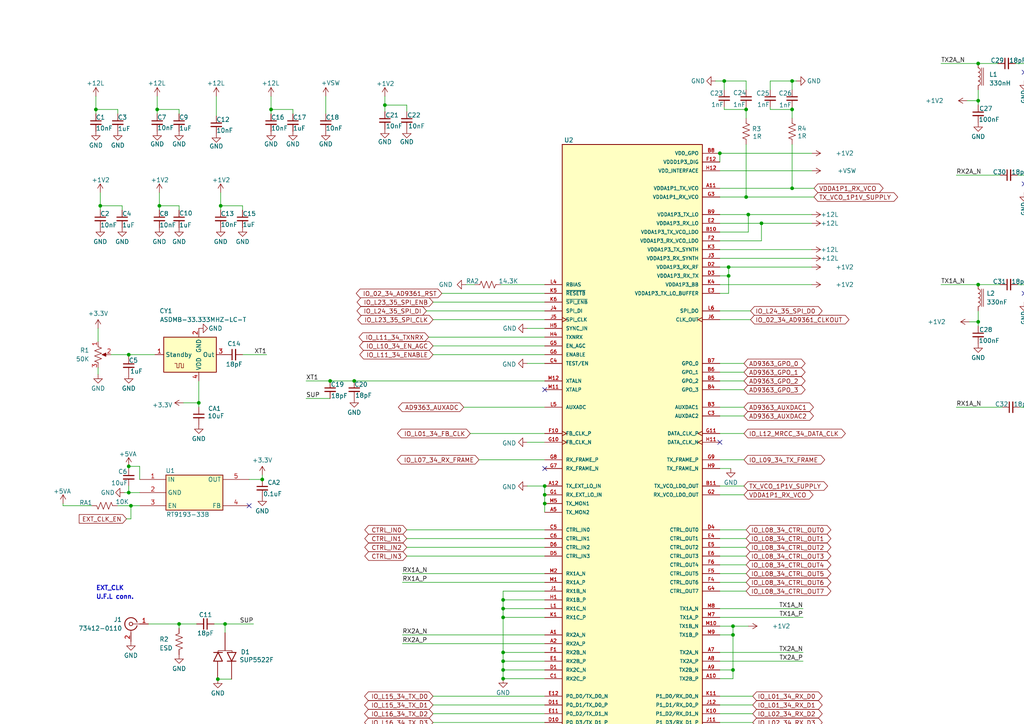
<source format=kicad_sch>
(kicad_sch (version 20231120) (generator "eeschema") (generator_version "8.0")
  (paper "A4")
  (junction (at 212.598 181.61))
  (junction (at 157.988 143.51))
  (junction (at 27.813 31.75))
  (junction (at 37.338 135.255))
  (junction (at 78.613 31.75))
  (junction (at 283.718 29.21))
  (junction (at 64.008 59.69))
  (junction (at 145.923 173.99))
  (junction (at 283.718 93.345))
  (junction (at 37.338 142.875))
  (junction (at 220.853 64.77))
  (junction (at 229.743 23.495))
  (junction (at 229.743 31.75))
  (junction (at 212.598 184.15))
  (junction (at 216.408 31.75))
  (junction (at 63.1822 196.977))
  (junction (at 37.338 102.87))
  (junction (at 145.923 194.31))
  (junction (at 211.328 80.01))
  (junction (at 217.043 62.23))
  (junction (at 211.328 77.47))
  (junction (at 216.408 57.15))
  (junction (at 346.583 18.415))
  (junction (at 212.598 194.31))
  (junction (at 229.743 54.61))
  (junction (at 29.083 59.69))
  (junction (at 210.058 23.495))
  (junction (at 102.743 110.49))
  (junction (at 283.718 82.55))
  (junction (at 145.923 176.53))
  (junction (at 347.218 82.55))
  (junction (at 65.278 180.975))
  (junction (at 95.758 110.49))
  (junction (at 145.923 189.23))
  (junction (at 347.218 92.075))
  (junction (at 45.593 31.75))
  (junction (at 208.788 237.49))
  (junction (at 46.228 59.69))
  (junction (at 157.988 140.97))
  (junction (at 145.923 179.07))
  (junction (at 283.718 18.415))
  (junction (at 346.583 27.305))
  (junction (at 145.923 196.85))
  (junction (at 76.073 139.065))
  (junction (at 157.988 146.05))
  (junction (at 51.943 180.975))
  (junction (at 111.633 30.48))
  (junction (at 37.973 146.685))
  (junction (at 145.923 191.77))
  (junction (at 208.788 44.45))
  (junction (at 57.658 116.84))
  (no_connect (at 208.788 128.27))
  (no_connect (at 157.988 113.03))
  (no_connect (at 297.053 20.955))
  (no_connect (at 297.053 85.09))
  (no_connect (at 72.263 146.685))
  (no_connect (at 298.9072 26.6446))
  (no_connect (at 297.053 53.34))
  (no_connect (at 157.988 135.89))
  (no_connect (at 157.988 232.41))
  (no_connect (at 157.988 234.95))
  (wire (pts (xy 157.988 196.85) (xy 145.923 196.85)))
  (wire (pts (xy 125.603 209.55) (xy 157.988 209.55)))
  (wire (pts (xy 295.783 118.11) (xy 300.228 118.11)))
  (wire (pts (xy 294.513 18.415) (xy 297.053 18.415)))
  (wire (pts (xy 111.633 30.48) (xy 111.633 32.385)))
  (wire (pts (xy 220.853 64.77) (xy 235.458 64.77)))
  (wire (pts (xy 220.853 69.85) (xy 208.788 69.85)))
  (wire (pts (xy 102.743 110.49) (xy 157.988 110.49)))
  (wire (pts (xy 208.788 135.89) (xy 211.963 135.89)))
  (wire (pts (xy 208.788 153.67) (xy 216.408 153.67)))
  (wire (pts (xy 207.518 23.495) (xy 210.058 23.495)))
  (wire (pts (xy 125.603 212.09) (xy 157.988 212.09)))
  (wire (pts (xy 208.788 105.41) (xy 215.773 105.41)))
  (wire (pts (xy 37.338 102.87) (xy 37.338 103.505)))
  (wire (pts (xy 211.328 77.47) (xy 211.328 80.01)))
  (wire (pts (xy 157.988 140.97) (xy 157.988 143.51)))
  (wire (pts (xy 27.813 33.02) (xy 27.813 31.75)))
  (wire (pts (xy 283.718 26.035) (xy 283.718 29.21)))
  (wire (pts (xy 229.743 54.61) (xy 236.093 54.61)))
  (wire (pts (xy 62.103 180.975) (xy 65.278 180.975)))
  (wire (pts (xy 277.368 50.8) (xy 290.068 50.8)))
  (wire (pts (xy 28.448 95.25) (xy 28.448 99.06)))
  (wire (pts (xy 88.773 115.57) (xy 95.758 115.57)))
  (wire (pts (xy 111.633 30.48) (xy 117.983 30.48)))
  (wire (pts (xy 208.788 196.85) (xy 212.598 196.85)))
  (wire (pts (xy 367.538 121.285) (xy 377.063 121.285)))
  (wire (pts (xy 346.583 18.415) (xy 358.648 18.415)))
  (wire (pts (xy 145.923 171.45) (xy 157.988 171.45)))
  (wire (pts (xy 341.503 18.415) (xy 346.583 18.415)))
  (wire (pts (xy 346.583 26.035) (xy 346.583 27.305)))
  (wire (pts (xy 366.903 87.63) (xy 376.428 87.63)))
  (wire (pts (xy 208.788 179.07) (xy 232.918 179.07)))
  (wire (pts (xy 78.613 33.02) (xy 78.613 31.75)))
  (wire (pts (xy 135.128 82.55) (xy 137.668 82.55)))
  (wire (pts (xy 37.973 150.495) (xy 36.703 150.495)))
  (wire (pts (xy 65.278 180.975) (xy 73.533 180.975)))
  (wire (pts (xy 51.943 31.75) (xy 51.943 33.02)))
  (wire (pts (xy 208.788 212.09) (xy 218.313 212.09)))
  (wire (pts (xy 347.218 82.55) (xy 357.378 82.55)))
  (wire (pts (xy 208.788 209.55) (xy 218.313 209.55)))
  (wire (pts (xy 95.758 110.49) (xy 102.743 110.49)))
  (wire (pts (xy 212.598 181.61) (xy 212.598 184.15)))
  (wire (pts (xy 37.973 146.685) (xy 40.513 146.685)))
  (wire (pts (xy 211.328 85.09) (xy 208.788 85.09)))
  (wire (pts (xy 125.603 222.25) (xy 157.988 222.25)))
  (wire (pts (xy 64.008 60.96) (xy 64.008 59.69)))
  (wire (pts (xy 134.493 118.11) (xy 157.988 118.11)))
  (wire (pts (xy 125.603 92.71) (xy 157.988 92.71)))
  (wire (pts (xy 283.718 82.55) (xy 290.068 82.55)))
  (wire (pts (xy 208.788 90.17) (xy 217.678 90.17)))
  (wire (pts (xy 212.598 196.85) (xy 212.598 194.31)))
  (wire (pts (xy 208.788 224.79) (xy 218.313 224.79)))
  (wire (pts (xy 18.288 146.685) (xy 26.543 146.685)))
  (wire (pts (xy 64.008 59.69) (xy 70.358 59.69)))
  (wire (pts (xy 29.083 59.69) (xy 35.433 59.69)))
  (wire (pts (xy 208.788 156.21) (xy 216.408 156.21)))
  (wire (pts (xy 212.598 181.61) (xy 217.043 181.61)))
  (wire (pts (xy 208.788 74.93) (xy 235.458 74.93)))
  (wire (pts (xy 371.983 90.17) (xy 376.428 90.17)))
  (wire (pts (xy 46.228 59.69) (xy 51.943 59.69)))
  (wire (pts (xy 51.943 59.69) (xy 51.943 60.96)))
  (wire (pts (xy 32.258 102.87) (xy 37.338 102.87)))
  (wire (pts (xy 40.513 135.255) (xy 40.513 139.065)))
  (wire (pts (xy 283.718 93.345) (xy 283.718 94.615)))
  (wire (pts (xy 372.618 123.825) (xy 377.063 123.825)))
  (wire (pts (xy 272.923 82.55) (xy 283.718 82.55)))
  (wire (pts (xy 211.328 77.47) (xy 235.458 77.47)))
  (wire (pts (xy 346.583 27.305) (xy 346.583 29.21)))
  (wire (pts (xy 210.058 31.115) (xy 210.058 31.75)))
  (wire (pts (xy 145.923 191.77) (xy 145.923 194.31)))
  (wire (pts (xy 216.408 41.91) (xy 216.408 57.15)))
  (wire (pts (xy 29.083 55.88) (xy 29.083 59.69)))
  (wire (pts (xy 72.263 139.065) (xy 76.073 139.065)))
  (wire (pts (xy 208.788 181.61) (xy 212.598 181.61)))
  (wire (pts (xy 208.788 158.75) (xy 216.408 158.75)))
  (wire (pts (xy 125.603 217.17) (xy 157.988 217.17)))
  (wire (pts (xy 372.618 57.785) (xy 376.428 57.785)))
  (wire (pts (xy 111.633 27.94) (xy 111.633 30.48)))
  (wire (pts (xy 208.788 214.63) (xy 218.313 214.63)))
  (wire (pts (xy 229.743 54.61) (xy 208.788 54.61)))
  (wire (pts (xy 208.788 219.71) (xy 218.313 219.71)))
  (wire (pts (xy 208.788 234.95) (xy 208.788 237.49)))
  (wire (pts (xy 125.603 87.63) (xy 157.988 87.63)))
  (wire (pts (xy 372.618 25.4) (xy 377.063 25.4)))
  (wire (pts (xy 208.788 217.17) (xy 218.313 217.17)))
  (wire (pts (xy 117.983 161.29) (xy 157.988 161.29)))
  (wire (pts (xy 152.908 95.25) (xy 157.988 95.25)))
  (wire (pts (xy 126.873 229.87) (xy 157.988 229.87)))
  (wire (pts (xy 125.603 100.33) (xy 157.988 100.33)))
  (wire (pts (xy 145.923 189.23) (xy 145.923 191.77)))
  (wire (pts (xy 216.408 57.15) (xy 208.788 57.15)))
  (wire (pts (xy 117.983 156.21) (xy 157.988 156.21)))
  (wire (pts (xy 223.393 23.495) (xy 223.393 26.035)))
  (wire (pts (xy 208.788 82.55) (xy 235.458 82.55)))
  (wire (pts (xy 232.918 191.77) (xy 208.788 191.77)))
  (wire (pts (xy 125.603 207.01) (xy 157.988 207.01)))
  (wire (pts (xy 43.053 180.975) (xy 51.943 180.975)))
  (wire (pts (xy 342.773 118.11) (xy 357.378 118.11)))
  (wire (pts (xy 211.328 80.01) (xy 211.328 85.09)))
  (wire (pts (xy 51.943 180.975) (xy 57.023 180.975)))
  (wire (pts (xy 208.788 44.45) (xy 235.458 44.45)))
  (wire (pts (xy 295.148 50.8) (xy 297.053 50.8)))
  (wire (pts (xy 45.593 31.75) (xy 51.943 31.75)))
  (wire (pts (xy 229.743 23.495) (xy 231.013 23.495)))
  (wire (pts (xy 217.043 62.23) (xy 217.043 67.31)))
  (wire (pts (xy 223.393 23.495) (xy 229.743 23.495)))
  (wire (pts (xy 208.788 107.95) (xy 215.773 107.95)))
  (wire (pts (xy 208.788 49.53) (xy 235.458 49.53)))
  (wire (pts (xy 37.338 142.875) (xy 40.513 142.875)))
  (wire (pts (xy 272.923 18.415) (xy 283.718 18.415)))
  (wire (pts (xy 208.788 44.45) (xy 208.788 46.99)))
  (wire (pts (xy 45.593 33.02) (xy 45.593 31.75)))
  (wire (pts (xy 333.248 123.19) (xy 346.583 123.19)))
  (wire (pts (xy 347.218 90.17) (xy 347.218 92.075)))
  (wire (pts (xy 367.538 22.86) (xy 377.063 22.86)))
  (wire (pts (xy 208.788 72.39) (xy 235.458 72.39)))
  (wire (pts (xy 210.058 31.75) (xy 216.408 31.75)))
  (wire (pts (xy 145.923 189.23) (xy 157.988 189.23)))
  (wire (pts (xy 37.338 102.87) (xy 44.958 102.87)))
  (wire (pts (xy 37.338 135.255) (xy 37.338 135.89)))
  (wire (pts (xy 342.138 50.8) (xy 357.378 50.8)))
  (wire (pts (xy 216.408 31.75) (xy 216.408 34.29)))
  (wire (pts (xy 46.228 60.96) (xy 46.228 59.69)))
  (wire (pts (xy 229.743 31.115) (xy 229.743 31.75)))
  (wire (pts (xy 208.788 194.31) (xy 212.598 194.31)))
  (wire (pts (xy 125.603 219.71) (xy 157.988 219.71)))
  (wire (pts (xy 330.073 87.63) (xy 342.138 87.63)))
  (wire (pts (xy 57.658 116.84) (xy 57.658 118.11)))
  (wire (pts (xy 145.923 194.31) (xy 157.988 194.31)))
  (wire (pts (xy 229.743 31.75) (xy 223.393 31.75)))
  (wire (pts (xy 125.603 214.63) (xy 157.988 214.63)))
  (wire (pts (xy 208.788 140.97) (xy 215.773 140.97)))
  (wire (pts (xy 208.788 161.29) (xy 216.408 161.29)))
  (wire (pts (xy 145.923 179.07) (xy 157.988 179.07)))
  (wire (pts (xy 208.788 166.37) (xy 216.408 166.37)))
  (wire (pts (xy 70.358 59.69) (xy 70.358 60.96)))
  (wire (pts (xy 208.788 222.25) (xy 218.313 222.25)))
  (wire (pts (xy 229.743 23.495) (xy 229.743 26.035)))
  (wire (pts (xy 88.773 110.49) (xy 95.758 110.49)))
  (wire (pts (xy 208.788 143.51) (xy 215.773 143.51)))
  (wire (pts (xy 84.963 31.75) (xy 84.963 33.02)))
  (wire (pts (xy 210.058 23.495) (xy 216.408 23.495)))
  (wire (pts (xy 145.923 194.31) (xy 145.923 196.85)))
  (wire (pts (xy 63.1822 196.977) (xy 67.183 196.977)))
  (wire (pts (xy 208.788 120.65) (xy 215.773 120.65)))
  (wire (pts (xy 280.543 29.21) (xy 283.718 29.21)))
  (wire (pts (xy 283.718 29.21) (xy 283.718 30.48)))
  (wire (pts (xy 208.788 163.83) (xy 216.408 163.83)))
  (wire (pts (xy 45.593 27.94) (xy 45.593 31.75)))
  (wire (pts (xy 117.983 30.48) (xy 117.983 32.385)))
  (wire (pts (xy 208.788 110.49) (xy 215.773 110.49)))
  (wire (pts (xy 125.603 201.93) (xy 157.988 201.93)))
  (wire (pts (xy 116.713 168.91) (xy 157.988 168.91)))
  (wire (pts (xy 152.908 140.97) (xy 157.988 140.97)))
  (wire (pts (xy 145.923 173.99) (xy 145.923 176.53)))
  (wire (pts (xy 208.788 64.77) (xy 220.853 64.77)))
  (wire (pts (xy 217.043 62.23) (xy 235.458 62.23)))
  (wire (pts (xy 157.988 146.05) (xy 157.988 148.59)))
  (wire (pts (xy 345.313 92.075) (xy 347.218 92.075)))
  (wire (pts (xy 63.119 196.977) (xy 63.1822 196.977)))
  (wire (pts (xy 138.938 133.35) (xy 157.988 133.35)))
  (wire (pts (xy 277.368 118.11) (xy 290.703 118.11)))
  (wire (pts (xy 330.073 50.8) (xy 337.058 50.8)))
  (wire (pts (xy 78.613 27.94) (xy 78.613 31.75)))
  (wire (pts (xy 117.983 153.67) (xy 157.988 153.67)))
  (wire (pts (xy 37.973 146.685) (xy 37.973 150.495)))
  (wire (pts (xy 366.903 55.245) (xy 376.428 55.245)))
  (wire (pts (xy 210.058 23.495) (xy 210.058 26.035)))
  (wire (pts (xy 51.943 180.975) (xy 51.943 182.245)))
  (wire (pts (xy 223.393 31.75) (xy 223.393 31.115)))
  (wire (pts (xy 145.923 176.53) (xy 145.923 179.07)))
  (wire (pts (xy 342.138 82.55) (xy 347.218 82.55)))
  (wire (pts (xy 94.488 27.94) (xy 94.488 33.02)))
  (wire (pts (xy 46.228 55.88) (xy 46.228 59.69)))
  (wire (pts (xy 208.788 201.93) (xy 218.313 201.93)))
  (wire (pts (xy 62.738 27.94) (xy 62.738 33.655)))
  (wire (pts (xy 217.043 62.23) (xy 208.788 62.23)))
  (wire (pts (xy 64.008 55.88) (xy 64.008 59.69)))
  (wire (pts (xy 145.923 179.07) (xy 145.923 189.23)))
  (wire (pts (xy 281.178 93.345) (xy 283.718 93.345)))
  (wire (pts (xy 330.073 18.415) (xy 336.423 18.415)))
  (wire (pts (xy 65.278 180.975) (xy 65.278 183.515)))
  (wire (pts (xy 208.788 133.35) (xy 215.773 133.35)))
  (wire (pts (xy 157.988 143.51) (xy 157.988 146.05)))
  (wire (pts (xy 208.788 67.31) (xy 217.043 67.31)))
  (wire (pts (xy 216.408 57.15) (xy 236.093 57.15)))
  (wire (pts (xy 116.713 166.37) (xy 157.988 166.37)))
  (wire (pts (xy 208.788 227.33) (xy 217.043 227.33)))
  (wire (pts (xy 208.788 77.47) (xy 211.328 77.47)))
  (wire (pts (xy 125.603 204.47) (xy 157.988 204.47)))
  (wire (pts (xy 126.873 227.33) (xy 157.988 227.33)))
  (wire (pts (xy 34.163 146.685) (xy 37.973 146.685)))
  (wire (pts (xy 216.408 31.115) (xy 216.408 31.75)))
  (wire (pts (xy 283.718 90.17) (xy 283.718 93.345)))
  (wire (pts (xy 220.853 64.77) (xy 220.853 69.85)))
  (wire (pts (xy 208.788 176.53) (xy 232.918 176.53)))
  (wire (pts (xy 124.333 97.79) (xy 157.988 97.79)))
  (wire (pts (xy 53.213 116.84) (xy 57.658 116.84)))
  (wire (pts (xy 208.788 229.87) (xy 217.043 229.87)))
  (wire (pts (xy 35.433 59.69) (xy 35.433 60.96)))
  (wire (pts (xy 76.073 137.795) (xy 76.073 139.065)))
  (wire (pts (xy 208.788 207.01) (xy 218.313 207.01)))
  (wire (pts (xy 18.288 146.685) (xy 18.288 146.05)))
  (wire (pts (xy 232.918 189.23) (xy 208.788 189.23)))
  (wire (pts (xy 229.743 41.91) (xy 229.743 54.61)))
  (wire (pts (xy 27.813 31.75) (xy 34.163 31.75)))
  (wire (pts (xy 136.398 125.73) (xy 157.988 125.73)))
  (wire (pts (xy 344.678 27.305) (xy 346.583 27.305)))
  (wire (pts (xy 70.358 102.87) (xy 77.343 102.87)))
  (wire (pts (xy 145.923 173.99) (xy 157.988 173.99)))
  (wire (pts (xy 295.148 82.55) (xy 297.053 82.55)))
  (wire (pts (xy 34.163 31.75) (xy 34.163 33.02)))
  (wire (pts (xy 27.813 27.94) (xy 27.813 31.75)))
  (wire (pts (xy 117.983 158.75) (xy 157.988 158.75)))
  (wire (pts (xy 208.788 184.15) (xy 212.598 184.15)))
  (wire (pts (xy 208.788 118.11) (xy 215.773 118.11)))
  (wire (pts (xy 330.073 23.495) (xy 339.598 23.495)))
  (wire (pts (xy 78.613 31.75) (xy 84.963 31.75)))
  (wire (pts (xy 123.698 90.17) (xy 157.988 90.17)))
  (wire (pts (xy 337.693 118.11) (xy 333.248 118.11)))
  (wire (pts (xy 208.788 204.47) (xy 218.313 204.47)))
  (wire (pts (xy 337.058 82.55) (xy 330.073 82.55)))
  (wire (pts (xy 28.448 108.585) (xy 28.448 106.68)))
  (wire (pts (xy 347.218 92.075) (xy 347.218 93.345)))
  (wire (pts (xy 208.788 92.71) (xy 217.678 92.71)))
  (wire (pts (xy 157.988 191.77) (xy 145.923 191.77)))
  (wire (pts (xy 212.598 184.15) (xy 212.598 194.31)))
  (wire (pts (xy 208.788 171.45) (xy 216.408 171.45)))
  (wire (pts (xy 208.788 125.73) (xy 215.773 125.73)))
  (wire (pts (xy 125.603 224.79) (xy 157.988 224.79)))
  (wire (pts (xy 152.908 105.41) (xy 157.988 105.41)))
  (wire (pts (xy 208.788 113.03) (xy 215.773 113.03)))
  (wire (pts (xy 145.923 176.53) (xy 157.988 176.53)))
  (wire (pts (xy 211.328 80.01) (xy 208.788 80.01)))
  (wire (pts (xy 208.788 168.91) (xy 216.408 168.91)))
  (wire (pts (xy 229.743 31.75) (xy 229.743 34.29)))
  (wire (pts (xy 36.068 142.875) (xy 37.338 142.875)))
  (wire (pts (xy 152.908 128.27) (xy 157.988 128.27)))
  (wire (pts (xy 57.658 110.49) (xy 57.658 116.84)))
  (wire (pts (xy 37.338 135.255) (xy 40.513 135.255)))
  (wire (pts (xy 116.713 186.69) (xy 157.988 186.69)))
  (wire (pts (xy 29.083 60.96) (xy 29.083 59.69)))
  (wire (pts (xy 37.338 140.97) (xy 37.338 142.875)))
  (wire (pts (xy 283.718 18.415) (xy 289.433 18.415)))
  (wire (pts (xy 125.603 102.87) (xy 157.988 102.87)))
  (wire (pts (xy 128.143 85.09) (xy 157.988 85.09)))
  (wire (pts (xy 145.288 82.55) (xy 157.988 82.55)))
  (wire (pts (xy 145.923 171.45) (xy 145.923 173.99)))
  (wire (pts (xy 116.713 184.15) (xy 157.988 184.15)))
  (wire (pts (xy 330.073 55.88) (xy 346.583 55.88)))
  (wire (pts (xy 216.408 23.495) (xy 216.408 26.035)))
  (text "U.F.L conn.\n" (at 27.813 173.99 0) (effects (font (size 1.27 1.27) (thickness 0.254) (bold yes)) (justify left bottom)))
  (text "EXT_CLK" (at 27.813 171.45 0) (effects (font (size 1.27 1.27) (thickness 0.254) (bold yes)) (justify left bottom)))
  (label "TX1A_P" (at 357.378 82.55 180))
  (label "RX1A_P" (at 116.713 168.91 0))
  (label "TX2A_P" (at 358.648 18.415 180))
  (label "UB3" (at 366.903 87.63 0))
  (label "SUP" (at 73.533 180.975 180))
  (label "UB1" (at 367.538 22.86 0))
  (label "TX1A_N" (at 272.923 82.55 0))
  (label "TX2A_N" (at 272.923 18.415 0))
  (label "TX2A_N" (at 232.918 189.23 180))
  (label "RX2A_N" (at 116.713 184.15 0))
  (label "UB1" (at 339.598 23.495 180))
  (label "TX2A_P" (at 232.918 191.77 180))
  (label "RX2A_P" (at 116.713 186.69 0))
  (label "RX1A_N" (at 116.713 166.37 0))
  (label "UB3" (at 342.138 87.63 180))
  (label "RX2A_N" (at 277.368 50.8 0))
  (label "TX1A_P" (at 232.918 179.07 180))
  (label "XT1" (at 77.343 102.87 180))
  (label "RX1A_N" (at 277.368 118.11 0))
  (label "UB2" (at 366.903 55.245 0))
  (label "SUP" (at 88.773 115.57 0))
  (label "UB4" (at 367.538 121.285 0))
  (label "RX2A_P" (at 357.378 50.8 180))
  (label "TX1A_N" (at 232.918 176.53 180))
  (label "XT1" (at 88.773 110.49 0))
  (label "RX1A_P" (at 357.378 118.11 180))
  (label "UB4" (at 346.583 123.19 180))
  (label "UB2" (at 346.583 55.88 180))
  (global_label "IO_L16_34_TX_D3" (shape bidirectional) (at 125.603 209.55 180) (property "Intersheetrefs" "${INTERSHEET_REFS}" (effects (hide yes))))
  (global_label "IO_L08_34_CTRL_OUT6" (shape bidirectional) (at 216.408 168.91 0) (property "Intersheetrefs" "${INTERSHEET_REFS}" (effects (hide yes))))
  (global_label "IO_L01_34_RX_D0" (shape bidirectional) (at 218.313 201.93 0) (property "Intersheetrefs" "${INTERSHEET_REFS}" (effects (hide yes))))
  (global_label "IO_L19_34_TX_D9" (shape bidirectional) (at 125.603 224.79 180) (property "Intersheetrefs" "${INTERSHEET_REFS}" (effects (hide yes))))
  (global_label "IO_L08_34_CTRL_OUT2" (shape bidirectional) (at 216.408 158.75 0) (property "Intersheetrefs" "${INTERSHEET_REFS}" (effects (hide yes))))
  (global_label "IO_L16_34_TX_D2" (shape bidirectional) (at 125.603 207.01 180) (property "Intersheetrefs" "${INTERSHEET_REFS}" (effects (hide yes))))
  (global_label "CTRL_IN1" (shape bidirectional) (at 117.983 156.21 180) (property "Intersheetrefs" "${INTERSHEET_REFS}" (effects (hide yes))))
  (global_label "IO_L18_34_TX_D7" (shape bidirectional) (at 125.603 219.71 180) (property "Intersheetrefs" "${INTERSHEET_REFS}" (effects (hide yes))))
  (global_label "IO_L06_34_RX_D11" (shape bidirectional) (at 217.043 229.87 0) (property "Intersheetrefs" "${INTERSHEET_REFS}" (effects (hide yes))))
  (global_label "IO_02_34_AD9361_CLKOUT" (shape bidirectional) (at 217.678 92.71 0) (property "Intersheetrefs" "${INTERSHEET_REFS}" (effects (hide yes))))
  (global_label "IO_L07_34_RX_FRAME" (shape bidirectional) (at 138.938 133.35 180) (property "Intersheetrefs" "${INTERSHEET_REFS}" (effects (hide yes))))
  (global_label "IO_L03_34_RX_D4" (shape bidirectional) (at 218.313 212.09 0) (property "Intersheetrefs" "${INTERSHEET_REFS}" (effects (hide yes))))
  (global_label "AD9363_GPO_3" (shape bidirectional) (at 215.773 113.03 0) (property "Intersheetrefs" "${INTERSHEET_REFS}" (effects (hide yes))))
  (global_label "IO_L08_34_CTRL_OUT0" (shape bidirectional) (at 216.408 153.67 0) (property "Intersheetrefs" "${INTERSHEET_REFS}" (effects (hide yes))))
  (global_label "AD9363_GPO_2" (shape bidirectional) (at 215.773 110.49 0) (property "Intersheetrefs" "${INTERSHEET_REFS}" (effects (hide yes))))
  (global_label "IO_L06_34_RX_D10" (shape bidirectional) (at 217.043 227.33 0) (property "Intersheetrefs" "${INTERSHEET_REFS}" (effects (hide yes))))
  (global_label "IO_02_34_AD9361_RST" (shape bidirectional) (at 128.143 85.09 180) (property "Intersheetrefs" "${INTERSHEET_REFS}" (effects (hide yes))))
  (global_label "IO_L08_34_CTRL_OUT7" (shape bidirectional) (at 216.408 171.45 0) (property "Intersheetrefs" "${INTERSHEET_REFS}" (effects (hide yes))))
  (global_label "IO_L15_34_TX_D1" (shape bidirectional) (at 125.603 204.47 180) (property "Intersheetrefs" "${INTERSHEET_REFS}" (effects (hide yes))))
  (global_label "CTRL_IN3" (shape bidirectional) (at 117.983 161.29 180) (property "Intersheetrefs" "${INTERSHEET_REFS}" (effects (hide yes))))
  (global_label "IO_L01_34_FB_CLK" (shape bidirectional) (at 136.398 125.73 180) (property "Intersheetrefs" "${INTERSHEET_REFS}" (effects (hide yes))))
  (global_label "EXT_CLK_EN" (shape input) (at 36.703 150.495 180) (property "Intersheetrefs" "${INTERSHEET_REFS}" (effects (hide yes))))
  (global_label "IO_L12_MRCC_34_DATA_CLK" (shape bidirectional) (at 215.773 125.73 0) (property "Intersheetrefs" "${INTERSHEET_REFS}" (effects (hide yes))))
  (global_label "IO_L01_34_RX_D1" (shape bidirectional) (at 218.313 204.47 0) (property "Intersheetrefs" "${INTERSHEET_REFS}" (effects (hide yes))))
  (global_label "IO_L17_34_TX_D4" (shape bidirectional) (at 125.603 212.09 180) (property "Intersheetrefs" "${INTERSHEET_REFS}" (effects (hide yes))))
  (global_label "IO_L09_34_TX_FRAME" (shape bidirectional) (at 215.773 133.35 0) (property "Intersheetrefs" "${INTERSHEET_REFS}" (effects (hide yes))))
  (global_label "IO_L08_34_CTRL_OUT1" (shape bidirectional) (at 216.408 156.21 0) (property "Intersheetrefs" "${INTERSHEET_REFS}" (effects (hide yes))))
  (global_label "IO_L10_34_EN_AGC" (shape bidirectional) (at 125.603 100.33 180) (property "Intersheetrefs" "${INTERSHEET_REFS}" (effects (hide yes))))
  (global_label "AD9363_GPO_1" (shape bidirectional) (at 215.773 107.95 0) (property "Intersheetrefs" "${INTERSHEET_REFS}" (effects (hide yes))))
  (global_label "AD9363_AUXDAC1" (shape bidirectional) (at 215.773 118.11 0) (property "Intersheetrefs" "${INTERSHEET_REFS}" (effects (hide yes))))
  (global_label "IO_L20_34_TX_D11" (shape bidirectional) (at 126.873 229.87 180) (property "Intersheetrefs" "${INTERSHEET_REFS}" (effects (hide yes))))
  (global_label "CTRL_IN0" (shape bidirectional) (at 117.983 153.67 180) (property "Intersheetrefs" "${INTERSHEET_REFS}" (effects (hide yes))))
  (global_label "IO_L24_35_SPI_DI" (shape bidirectional) (at 123.698 90.17 180) (property "Intersheetrefs" "${INTERSHEET_REFS}" (effects (hide yes))))
  (global_label "IO_L05_34_RX_D9" (shape bidirectional) (at 218.313 224.79 0) (property "Intersheetrefs" "${INTERSHEET_REFS}" (effects (hide yes))))
  (global_label "IO_L08_34_CTRL_OUT3" (shape bidirectional) (at 216.408 161.29 0) (property "Intersheetrefs" "${INTERSHEET_REFS}" (effects (hide yes))))
  (global_label "IO_L04_34_RX_D6" (shape bidirectional) (at 218.313 217.17 0) (property "Intersheetrefs" "${INTERSHEET_REFS}" (effects (hide yes))))
  (global_label "IO_L11_34_ENABLE" (shape bidirectional) (at 125.603 102.87 180) (property "Intersheetrefs" "${INTERSHEET_REFS}" (effects (hide yes))))
  (global_label "AD9363_GPO_0" (shape bidirectional) (at 215.773 105.41 0) (property "Intersheetrefs" "${INTERSHEET_REFS}" (effects (hide yes))))
  (global_label "VDDA1P1_RX_VCO" (shape bidirectional) (at 215.773 143.51 0) (property "Intersheetrefs" "${INTERSHEET_REFS}" (effects (hide yes))))
  (global_label "IO_L20_34_TX_D10" (shape bidirectional) (at 126.873 227.33 180) (property "Intersheetrefs" "${INTERSHEET_REFS}" (effects (hide yes))))
  (global_label "AD9363_AUXDAC2" (shape bidirectional) (at 215.773 120.65 0) (property "Intersheetrefs" "${INTERSHEET_REFS}" (effects (hide yes))))
  (global_label "TX_VCO_1P1V_SUPPLY" (shape bidirectional) (at 236.093 57.15 0) (property "Intersheetrefs" "${INTERSHEET_REFS}" (effects (hide yes))))
  (global_label "IO_L05_34_RX_D8" (shape bidirectional) (at 218.313 222.25 0) (property "Intersheetrefs" "${INTERSHEET_REFS}" (effects (hide yes))))
  (global_label "IO_L02_34_RX_D2" (shape bidirectional) (at 218.313 207.01 0) (property "Intersheetrefs" "${INTERSHEET_REFS}" (effects (hide yes))))
  (global_label "AD9363_AUXADC" (shape bidirectional) (at 134.493 118.11 180) (property "Intersheetrefs" "${INTERSHEET_REFS}" (effects (hide yes))))
  (global_label "TX_VCO_1P1V_SUPPLY" (shape bidirectional) (at 215.773 140.97 0) (property "Intersheetrefs" "${INTERSHEET_REFS}" (effects (hide yes))))
  (global_label "IO_L23_35_SPI_CLK" (shape bidirectional) (at 125.603 92.71 180) (property "Intersheetrefs" "${INTERSHEET_REFS}" (effects (hide yes))))
  (global_label "VDDA1P1_RX_VCO" (shape bidirectional) (at 236.093 54.61 0) (property "Intersheetrefs" "${INTERSHEET_REFS}" (effects (hide yes))))
  (global_label "IO_L03_34_RX_D5" (shape bidirectional) (at 218.313 214.63 0) (property "Intersheetrefs" "${INTERSHEET_REFS}" (effects (hide yes))))
  (global_label "IO_L23_35_SPI_ENB" (shape bidirectional) (at 125.603 87.63 180) (property "Intersheetrefs" "${INTERSHEET_REFS}" (effects (hide yes))))
  (global_label "IO_L08_34_CTRL_OUT5" (shape bidirectional) (at 216.408 166.37 0) (property "Intersheetrefs" "${INTERSHEET_REFS}" (effects (hide yes))))
  (global_label "IO_L24_35_SPI_D0" (shape bidirectional) (at 217.678 90.17 0) (property "Intersheetrefs" "${INTERSHEET_REFS}" (effects (hide yes))))
  (global_label "IO_L11_34_TXNRX" (shape bidirectional) (at 124.333 97.79 180) (property "Intersheetrefs" "${INTERSHEET_REFS}" (effects (hide yes))))
  (global_label "IO_L04_34_RX_D7" (shape bidirectional) (at 218.313 219.71 0) (property "Intersheetrefs" "${INTERSHEET_REFS}" (effects (hide yes))))
  (global_label "IO_L08_34_CTRL_OUT4" (shape bidirectional) (at 216.408 163.83 0) (property "Intersheetrefs" "${INTERSHEET_REFS}" (effects (hide yes))))
  (global_label "IO_L18_34_TX_D6" (shape bidirectional) (at 125.603 217.17 180) (property "Intersheetrefs" "${INTERSHEET_REFS}" (effects (hide yes))))
  (global_label "IO_L02_34_RX_D3" (shape bidirectional) (at 218.313 209.55 0) (property "Intersheetrefs" "${INTERSHEET_REFS}" (effects (hide yes))))
  (global_label "IO_L17_34_TX_D5" (shape bidirectional) (at 125.603 214.63 180) (property "Intersheetrefs" "${INTERSHEET_REFS}" (effects (hide yes))))
  (global_label "CTRL_IN2" (shape bidirectional) (at 117.983 158.75 180) (property "Intersheetrefs" "${INTERSHEET_REFS}" (effects (hide yes))))
  (global_label "IO_L15_34_TX_D0" (shape bidirectional) (at 125.603 201.93 180) (property "Intersheetrefs" "${INTERSHEET_REFS}" (effects (hide yes))))
  (global_label "IO_L19_34_TX_D8" (shape bidirectional) (at 125.603 222.25 180) (property "Intersheetrefs" "${INTERSHEET_REFS}" (effects (hide yes))))
  (symbol (lib_name "GND_2") (lib_id "power:GND") (at 152.908 128.27 270) (unit 1)
    (property "Reference" "#PWR045" (effects (hide yes)))
    (property "Value" "GND" (at 149.733 128.524 90) (effects (justify right)))
  )
  (symbol (lib_id "Device:C_Small") (at 216.408 28.575 0) (unit 1)
    (property "Reference" "C24" (at 212.598 26.924 0) (effects (justify left)))
    (property "Value" "1nF" (at 212.598 30.353 0) (effects (justify left)))
    (property "Footprint" "Capacitor_SMD:C_0402_1005Metric_Pad0.74x0.62mm_HandSolder" (effects (hide yes)))
  )
  (symbol (lib_id "power:+12L") (at 62.738 27.94 0) (unit 1)
    (property "Reference" "#PWR024" (effects (hide yes)))
    (property "Value" "+12L" (at 62.611 24.13 0))
  )
  (symbol (lib_name "GND_2") (lib_id "power:GND") (at 135.128 82.55 270) (unit 1)
    (property "Reference" "#PWR041" (effects (hide yes)))
    (property "Value" "GND" (at 131.318 82.55 90) (effects (justify right)))
  )
  (symbol (lib_id "Device:C_Small") (at 283.718 97.155 0) (unit 1)
    (property "Reference" "C28" (at 283.972 95.631 0) (effects (justify left)))
    (property "Value" "100nF" (at 283.845 98.806 0) (effects (justify left)))
    (property "Footprint" "Capacitor_SMD:C_0402_1005Metric_Pad0.74x0.62mm_HandSolder" (effects (hide yes)))
  )
  (symbol (lib_id "Device:L_Iron") (at 283.718 22.225 0) (unit 1)
    (property "Reference" "L1" (at 286.893 21.59 0) (effects (justify left)))
    (property "Value" "330nH" (at 286.893 24.13 0) (effects (justify left)))
    (property "Footprint" "Inductor_SMD:L_0402_1005Metric_Pad0.77x0.64mm_HandSolder" (effects (hide yes)))
  )
  (symbol (lib_id "Device:C_Small") (at 64.008 63.5 0) (unit 1)
    (property "Reference" "C13" (at 64.008 61.976 0) (effects (justify left)))
    (property "Value" "10nF" (at 64.008 65.151 0) (effects (justify left)))
    (property "Footprint" "Capacitor_SMD:C_0402_1005Metric_Pad0.74x0.62mm_HandSolder" (effects (hide yes)))
  )
  (symbol (lib_id "Device:C_Small") (at 78.613 35.56 0) (unit 1)
    (property "Reference" "C16" (at 78.613 34.036 0) (effects (justify left)))
    (property "Value" "10nF" (at 78.613 37.211 0) (effects (justify left)))
    (property "Footprint" "Capacitor_SMD:C_0402_1005Metric_Pad0.74x0.62mm_HandSolder" (effects (hide yes)))
  )
  (symbol (lib_id "power:+1V2") (at 280.543 29.21 90) (unit 1)
    (property "Reference" "#PWR060" (effects (hide yes)))
    (property "Value" "+1V2" (at 271.018 29.21 90))
  )
  (symbol (lib_id "Device:C_Small") (at 292.608 82.55 90) (unit 1)
    (property "Reference" "C31" (at 291.846 81.661 90) (effects (justify left)))
    (property "Value" "18pF" (at 298.196 81.661 90) (effects (justify left)))
    (property "Footprint" "Capacitor_SMD:C_0402_1005Metric_Pad0.74x0.62mm_HandSolder" (effects (hide yes)))
  )
  (symbol (lib_id "power:+12L") (at 27.813 27.94 0) (unit 1)
    (property "Reference" "#PWR02" (effects (hide yes)))
    (property "Value" "+12L" (at 27.686 24.13 0))
  )
  (symbol (lib_id "Device:C_Small") (at 27.813 35.56 0) (unit 1)
    (property "Reference" "C1" (at 27.813 34.036 0) (effects (justify left)))
    (property "Value" "10nF" (at 27.813 37.211 0) (effects (justify left)))
    (property "Footprint" "Capacitor_SMD:C_0402_1005Metric_Pad0.74x0.62mm_HandSolder" (effects (hide yes)))
  )
  (symbol (lib_id "power:+1V2") (at 345.313 92.075 90) (unit 1)
    (property "Reference" "#PWR069" (effects (hide yes)))
    (property "Value" "+1V2" (at 335.788 92.075 90))
  )
  (symbol (lib_name "GND_2") (lib_id "power:GND") (at 152.908 105.41 270) (unit 1)
    (property "Reference" "#PWR044" (effects (hide yes)))
    (property "Value" "GND" (at 149.733 105.664 90) (effects (justify right)))
  )
  (symbol (lib_name "GND_1") (lib_id "power:GND") (at 283.718 35.56 0) (unit 1)
    (property "Reference" "#PWR062" (effects (hide yes)))
    (property "Value" "GND" (at 283.718 39.624 0))
  )
  (symbol (lib_id "PLUTOX_SDR SCH LIB 2:SOT23_MOSFET") (at 65.278 191.77 0) (mirror y) (unit 1)
    (property "Reference" "D1" (at 72.517 189.103 0) (effects (justify left)))
    (property "Value" "SUP5522F" (at 74.422 191.389 0))
    (property "Footprint" "Package_TO_SOT_SMD:SOT-23-3" (effects (hide yes)))
  )
  (symbol (lib_id "Device:C_Small") (at 37.338 106.045 0) (unit 1)
    (property "Reference" "C5" (at 37.338 104.521 0) (effects (justify left)))
    (property "Value" "1uF" (at 37.719 107.696 0) (effects (justify left)))
    (property "Footprint" "Capacitor_SMD:C_0402_1005Metric_Pad0.74x0.62mm_HandSolder" (effects (hide yes)))
  )
  (symbol (lib_name "GND_1") (lib_id "power:GND") (at 297.053 23.495 0) (unit 1)
    (property "Reference" "#PWR064" (effects (hide yes)))
    (property "Value" "GND" (at 296.926 28.067 90))
  )
  (symbol (lib_name "GND_1") (lib_id "power:GND") (at 57.658 95.25 90) (unit 1)
    (property "Reference" "#PWR022" (effects (hide yes)))
    (property "Value" "GND" (at 62.484 95.25 90))
  )
  (symbol (lib_name "GND_1") (lib_id "power:GND") (at 34.163 38.1 0) (unit 1)
    (property "Reference" "#PWR08" (effects (hide yes)))
    (property "Value" "GND" (at 34.163 42.164 0))
  )
  (symbol (lib_id "Device:C_Small") (at 339.598 82.55 270) (unit 1)
    (property "Reference" "C35" (at 333.7752 81.62 90) (effects (justify left)))
    (property "Value" "18pF" (at 340.741 81.661 90) (effects (justify left)))
    (property "Footprint" "Capacitor_SMD:C_0402_1005Metric_Pad0.74x0.62mm_HandSolder" (effects (hide yes)))
  )
  (symbol (lib_name "GND_1") (lib_id "power:GND") (at 76.073 144.145 0) (unit 1)
    (property "Reference" "#PWR031" (effects (hide yes)))
    (property "Value" "GND" (at 76.073 148.209 0))
  )
  (symbol (lib_name "GND_1") (lib_id "power:GND") (at 28.448 108.585 0) (unit 1)
    (property "Reference" "#PWR05" (effects (hide yes)))
    (property "Value" "GND" (at 28.448 112.649 0))
  )
  (symbol (lib_name "GND_1") (lib_id "power:GND") (at 297.053 87.63 0) (unit 1)
    (property "Reference" "#PWR066" (effects (hide yes)))
    (property "Value" "GND" (at 296.926 92.202 90))
  )
  (symbol (lib_name "GND_1") (lib_id "power:GND") (at 78.613 38.1 0) (unit 1)
    (property "Reference" "#PWR033" (effects (hide yes)))
    (property "Value" "GND" (at 78.613 41.783 0))
  )
  (symbol (lib_name "GND_1") (lib_id "power:GND") (at 70.358 66.04 0) (unit 1)
    (property "Reference" "#PWR029" (effects (hide yes)))
    (property "Value" "GND" (at 70.358 70.104 0))
  )
  (symbol (lib_name "GND_2") (lib_id "power:GND") (at 152.908 140.97 270) (unit 1)
    (property "Reference" "#PWR046" (effects (hide yes)))
    (property "Value" "GND" (at 149.733 141.224 90) (effects (justify right)))
  )
  (symbol (lib_name "GND_1") (lib_id "power:GND") (at 372.618 123.825 0) (unit 1)
    (property "Reference" "#PWR075" (effects (hide yes)))
    (property "Value" "GND" (at 372.618 127.889 0))
  )
  (symbol (lib_name "GND_1") (lib_id "power:GND") (at 36.068 142.875 270) (unit 1)
    (property "Reference" "#PWR010" (effects (hide yes)))
    (property "Value" "GND" (at 31.242 142.875 90))
  )
  (symbol (lib_name "GND_1") (lib_id "power:GND") (at 102.743 115.57 0) (unit 1)
    (property "Reference" "#PWR037" (effects (hide yes)))
    (property "Value" "GND" (at 102.743 119.634 0))
  )
  (symbol (lib_name "+5VA_2") (lib_id "power:+5VA") (at 37.338 135.255 0) (unit 1)
    (property "Reference" "#PWR012" (effects (hide yes)))
    (property "Value" "+5VA" (at 37.084 131.699 0))
  )
  (symbol (lib_id "TCM1-63AX_:TCM1-63AX_") (at 312.293 53.34 0) (mirror y) (unit 1)
    (property "Reference" "T2" (at 313.817 44.577 0))
    (property "Value" "TCM1-63AX_" (at 313.817 47.117 0))
    (property "Footprint" "TCM1-63AX_:XFMR_TCM1-63AX_" (effects (hide yes)))
    (property "Description" "\nAudio Transformers / Signal Transformers 1:1 CORE & WIRE Transformer, 10 - 6000 MHz, 50 ohms\n" (effects (hide yes)))
    (property "MF" "Mini-Circuits" (effects (hide yes)))
    (property "Package" "SMD-6 Mini-Circuits" (effects (hide yes)))
    (property "Price" "None" (effects (hide yes)))
    (property "Check_prices" "https://www.snapeda.com/parts/TCM1-63AX+/Mini-Circuits/view-part/?ref=eda" (effects (hide yes)))
    (property "SnapEDA_Link" "https://www.snapeda.com/parts/TCM1-63AX+/Mini-Circuits/view-part/?ref=snap" (effects (hide yes)))
    (property "MP" "TCM1-63AX+" (effects (hide yes)))
    (property "Purchase-URL" "https://www.snapeda.com/api/url_track_click_mouser/?unipart_id=1737112&manufacturer=Mini-Circuits&part_name=TCM1-63AX+&search_term=tcm1-63ax" (effects (hide yes)))
    (property "Availability" "In Stock" (effects (hide yes)))
    (property "MANUFACTURER" "Mini Circuits" (effects (hide yes)))
  )
  (symbol (lib_id "power:+12L") (at 78.613 27.94 0) (unit 1)
    (property "Reference" "#PWR032" (effects (hide yes)))
    (property "Value" "+12L" (at 78.486 24.13 0))
  )
  (symbol (lib_name "GND_1") (lib_id "power:GND") (at 51.943 38.1 0) (unit 1)
    (property "Reference" "#PWR018" (effects (hide yes)))
    (property "Value" "GND" (at 51.943 41.783 0))
  )
  (symbol (lib_name "GND_1") (lib_id "power:GND") (at 346.583 34.29 0) (unit 1)
    (property "Reference" "#PWR070" (effects (hide yes)))
    (property "Value" "GND" (at 346.583 38.354 0))
  )
  (symbol (lib_name "GND_1") (lib_id "power:GND") (at 64.008 66.04 0) (unit 1)
    (property "Reference" "#PWR028" (effects (hide yes)))
    (property "Value" "GND" (at 64.008 70.104 0))
  )
  (symbol (lib_name "GND_1") (lib_id "power:GND") (at 62.738 38.735 0) (unit 1)
    (property "Reference" "#PWR025" (effects (hide yes)))
    (property "Value" "GND" (at 62.738 42.418 0))
  )
  (symbol (lib_id "Oscillator:ASDMB-xxxMHz") (at 55.118 102.87 0) (mirror x) (unit 1)
    (property "Reference" "CY1" (at 48.133 90.17 0))
    (property "Value" "ASDMB-33.333MHZ-LC-T" (at 58.928 92.71 0))
    (property "Footprint" "Libraries:XTAL_ASDMB-33.333MHZ-LC-T" (effects (hide yes)))
    (property "Datasheet" "https://abracon.com/Oscillators/ASDMB.pdf" (effects (hide yes)))
  )
  (symbol (lib_id "power:+1V2") (at 217.043 181.61 270) (unit 1)
    (property "Reference" "#PWR050" (effects (hide yes)))
    (property "Value" "+1V2" (at 226.568 181.61 90))
  )
  (symbol (lib_id "power:+1V2") (at 64.008 55.88 0) (unit 1)
    (property "Reference" "#PWR027" (effects (hide yes)))
    (property "Value" "+1V2" (at 64.135 52.197 0))
  )
  (symbol (lib_id "Device:R_US") (at 141.478 82.55 270) (unit 1)
    (property "Reference" "RA2" (at 137.033 81.534 90))
    (property "Value" "14.3K" (at 147.447 81.534 90))
    (property "Footprint" "Resistor_SMD:R_0402_1005Metric_Pad0.72x0.64mm_HandSolder" (effects (hide yes)))
  )
  (symbol (lib_name "GND_1") (lib_id "power:GND") (at 94.488 38.1 0) (unit 1)
    (property "Reference" "#PWR036" (effects (hide yes)))
    (property "Value" "GND" (at 94.488 41.783 0))
  )
  (symbol (lib_name "GND_1") (lib_id "power:GND") (at 51.943 66.04 0) (unit 1)
    (property "Reference" "#PWR019" (effects (hide yes)))
    (property "Value" "GND" (at 51.943 70.104 0))
  )
  (symbol (lib_id "Device:C_Small") (at 283.718 33.02 0) (unit 1)
    (property "Reference" "C27" (at 283.972 31.496 0) (effects (justify left)))
    (property "Value" "100nF" (at 283.845 34.671 0) (effects (justify left)))
    (property "Footprint" "Capacitor_SMD:C_0402_1005Metric_Pad0.74x0.62mm_HandSolder" (effects (hide yes)))
  )
  (symbol (lib_id "power:+12L") (at 235.458 74.93 270) (unit 1)
    (property "Reference" "#PWR057" (effects (hide yes)))
    (property "Value" "+12L" (at 237.998 74.93 90) (effects (justify left)))
  )
  (symbol (lib_id "Device:C_Small") (at 46.228 63.5 0) (unit 1)
    (property "Reference" "C8" (at 46.228 61.976 0) (effects (justify left)))
    (property "Value" "10nF" (at 46.228 65.278 0) (effects (justify left)))
    (property "Footprint" "Capacitor_SMD:C_0402_1005Metric_Pad0.74x0.62mm_HandSolder" (effects (hide yes)))
  )
  (symbol (lib_name "GND_1") (lib_id "power:GND") (at 57.658 123.19 0) (unit 1)
    (property "Reference" "#PWR023" (effects (hide yes)))
    (property "Value" "GND" (at 57.658 127.254 0))
  )
  (symbol (lib_id "Connector:Conn_Coaxial") (at 37.973 180.975 0) (mirror y) (unit 1)
    (property "Reference" "J1" (at 34.163 179.705 0))
    (property "Value" "73412-0110" (at 29.083 182.245 0))
    (property "Footprint" "Connector_Coaxial:U.FL_Molex_MCRF_73412-0110_Vertical" (effects (hide yes)))
    (property "Datasheet" " ~" (effects (hide yes)))
  )
  (symbol (lib_id "TCM1-63AX_:TCM1-63AX_") (at 315.468 120.65 0) (mirror y) (unit 1)
    (property "Reference" "T4" (at 316.992 111.887 0))
    (property "Value" "TCM1-63AX_" (at 316.992 114.427 0))
    (property "Footprint" "TCM1-63AX_:XFMR_TCM1-63AX_" (effects (hide yes)))
    (property "Description" "\nAudio Transformers / Signal Transformers 1:1 CORE & WIRE Transformer, 10 - 6000 MHz, 50 ohms\n" (effects (hide yes)))
    (property "MF" "Mini-Circuits" (effects (hide yes)))
    (property "Package" "SMD-6 Mini-Circuits" (effects (hide yes)))
    (property "Price" "None" (effects (hide yes)))
    (property "Check_prices" "https://www.snapeda.com/parts/TCM1-63AX+/Mini-Circuits/view-part/?ref=eda" (effects (hide yes)))
    (property "SnapEDA_Link" "https://www.snapeda.com/parts/TCM1-63AX+/Mini-Circuits/view-part/?ref=snap" (effects (hide yes)))
    (property "MP" "TCM1-63AX+" (effects (hide yes)))
    (property "Purchase-URL" "https://www.snapeda.com/api/url_track_click_mouser/?unipart_id=1737112&manufacturer=Mini-Circuits&part_name=TCM1-63AX+&search_term=tcm1-63ax" (effects (hide yes)))
    (property "Availability" "In Stock" (effects (hide yes)))
    (property "MANUFACTURER" "Mini Circuits" (effects (hide yes)))
  )
  (symbol (lib_id "power:+1V2") (at 46.228 55.88 0) (unit 1)
    (property "Reference" "#PWR016" (effects (hide yes)))
    (property "Value" "+1V2" (at 46.355 52.197 0))
  )
  (symbol (lib_id "RF2-49B-T-00-50-G-HDW:RF2-49B-T-00-50-G-HDW") (at 378.968 55.245 0) (mirror y) (unit 1)
    (property "Reference" "J2" (at 378.9461 49.1124 0))
    (property "Value" "RF2-49B-T-00-50-G-HDW" (at 380.6723 51.1839 0))
    (property "Footprint" "Libraries:ADAMTECH_RF2-49B-T-00-50-G-HDW" (effects (hide yes)))
    (property "PARTREV" "7/20/16" (effects (hide yes)))
    (property "STANDARD" "Manufacturer Recommendations" (effects (hide yes)))
    (property "SNAPEDA_PN" "RF2-49B-T-00-50-G-HDW" (effects (hide yes)))
    (property "MAXIMUM_PACKAGE_HEIGHT" "10.45mm" (effects (hide yes)))
    (property "MANUFACTURER" "Adam Tech" (effects (hide yes)))
  )
  (symbol (lib_name "GND_2") (lib_id "power:GND") (at 152.908 95.25 270) (unit 1)
    (property "Reference" "#PWR043" (effects (hide yes)))
    (property "Value" "GND" (at 149.86 95.25 90) (effects (justify right)))
  )
  (symbol (lib_id "RF2-49B-T-00-50-G-HDW:RF2-49B-T-00-50-G-HDW") (at 379.603 22.86 0) (mirror y) (unit 1)
    (property "Reference" "J4" (at 379.5811 16.7274 0))
    (property "Value" "RF2-49B-T-00-50-G-HDW" (at 381.3073 18.7989 0))
    (property "Footprint" "Libraries:ADAMTECH_RF2-49B-T-00-50-G-HDW" (effects (hide yes)))
    (property "PARTREV" "7/20/16" (effects (hide yes)))
    (property "STANDARD" "Manufacturer Recommendations" (effects (hide yes)))
    (property "SNAPEDA_PN" "RF2-49B-T-00-50-G-HDW" (effects (hide yes)))
    (property "MAXIMUM_PACKAGE_HEIGHT" "10.45mm" (effects (hide yes)))
    (property "MANUFACTURER" "Adam Tech" (effects (hide yes)))
  )
  (symbol (lib_id "Device:C_Small") (at 102.743 113.03 0) (unit 1)
    (property "Reference" "C20" (at 102.743 111.506 0) (effects (justify left)))
    (property "Value" "18pF" (at 102.997 114.681 0) (effects (justify left)))
    (property "Footprint" "Capacitor_SMD:C_0402_1005Metric_Pad0.74x0.62mm_HandSolder" (effects (hide yes)))
  )
  (symbol (lib_id "Device:C_Small") (at 291.973 18.415 90) (unit 1)
    (property "Reference" "C29" (at 291.211 17.526 90) (effects (justify left)))
    (property "Value" "18pF" (at 297.561 17.526 90) (effects (justify left)))
    (property "Footprint" "Capacitor_SMD:C_0402_1005Metric_Pad0.74x0.62mm_HandSolder" (effects (hide yes)))
  )
  (symbol (lib_id "PLUTOX_SDR SCH LIB 2:RT9193-33GB") (at 79.883 142.875 0) (mirror y) (unit 1)
    (property "Reference" "U1" (at 49.403 136.525 0))
    (property "Value" "RT9193-33B" (at 54.483 149.225 0))
    (property "Footprint" "Libraries:RT9193-33B" (effects (hide yes)))
  )
  (symbol (lib_id "power:+3.3V") (at 76.073 137.795 0) (mirror y) (unit 1)
    (property "Reference" "#PWR030" (effects (hide yes)))
    (property "Value" "+3.3V" (at 76.073 133.477 0))
  )
  (symbol (lib_name "GND_1") (lib_id "power:GND") (at 211.963 135.89 0) (unit 1)
    (property "Reference" "#PWR049" (effects (hide yes)))
    (property "Value" "GND" (at 211.963 139.954 0))
  )
  (symbol (lib_id "power:+1V2") (at 111.633 27.94 0) (unit 1)
    (property "Reference" "#PWR038" (effects (hide yes)))
    (property "Value" "+1V2" (at 111.76 24.257 0))
  )
  (symbol (lib_id "Device:C_Small") (at 51.943 35.56 0) (unit 1)
    (property "Reference" "C9" (at 51.943 34.036 0) (effects (justify left)))
    (property "Value" "1uF" (at 51.943 37.211 0) (effects (justify left)))
    (property "Footprint" "Capacitor_SMD:C_0402_1005Metric_Pad0.74x0.62mm_HandSolder" (effects (hide yes)))
  )
  (symbol (lib_id "Device:C_Small") (at 57.658 120.65 0) (unit 1)
    (property "Reference" "CA1" (at 60.325 118.491 0) (effects (justify left)))
    (property "Value" "10uF" (at 60.198 120.65 0) (effects (justify left)))
    (property "Footprint" "Capacitor_SMD:C_0603_1608Metric_Pad1.08x0.95mm_HandSolder" (effects (hide yes)))
  )
  (symbol (lib_id "TCM1-63AX_:TCM1-63AX_") (at 312.293 85.09 0) (mirror y) (unit 1)
    (property "Reference" "T3" (at 313.817 76.327 0))
    (property "Value" "TCM1-63AX_" (at 313.817 78.867 0))
    (property "Footprint" "TCM1-63AX_:XFMR_TCM1-63AX_" (effects (hide yes)))
    (property "Description" "\nAudio Transformers / Signal Transformers 1:1 CORE & WIRE Transformer, 10 - 6000 MHz, 50 ohms\n" (effects (hide yes)))
    (property "MF" "Mini-Circuits" (effects (hide yes)))
    (property "Package" "SMD-6 Mini-Circuits" (effects (hide yes)))
    (property "Price" "None" (effects (hide yes)))
    (property "Check_prices" "https://www.snapeda.com/parts/TCM1-63AX+/Mini-Circuits/view-part/?ref=eda" (effects (hide yes)))
    (property "SnapEDA_Link" "https://www.snapeda.com/parts/TCM1-63AX+/Mini-Circuits/view-part/?ref=snap" (effects (hide yes)))
    (property "MP" "TCM1-63AX+" (effects (hide yes)))
    (property "Purchase-URL" "https://www.snapeda.com/api/url_track_click_mouser/?unipart_id=1737112&manufacturer=Mini-Circuits&part_name=TCM1-63AX+&search_term=tcm1-63ax" (effects (hide yes)))
    (property "Availability" "In Stock" (effects (hide yes)))
    (property "MANUFACTURER" "Mini Circuits" (effects (hide yes)))
  )
  (symbol (lib_id "Device:L_Iron") (at 346.583 22.225 0) (unit 1)
    (property "Reference" "L3" (at 349.123 21.59 0) (effects (justify left)))
    (property "Value" "330nH" (at 349.123 24.13 0) (effects (justify left)))
    (property "Footprint" "Inductor_SMD:L_0402_1005Metric_Pad0.77x0.64mm_HandSolder" (effects (hide yes)))
  )
  (symbol (lib_name "GND_1") (lib_id "power:GND") (at 51.943 189.865 0) (unit 1)
    (property "Reference" "#PWR020" (effects (hide yes)))
    (property "Value" "GND" (at 51.943 193.929 0))
  )
  (symbol (lib_id "Device:R_US") (at 216.408 38.1 0) (unit 1)
    (property "Reference" "R3" (at 218.087 37.3741 0) (effects (justify left)))
    (property "Value" "1R" (at 218.2683 39.5961 0) (effects (justify left)))
    (property "Footprint" "Resistor_SMD:R_0402_1005Metric_Pad0.72x0.64mm_HandSolder" (effects (hide yes)))
  )
  (symbol (lib_id "power:+1V2") (at 235.458 77.47 270) (unit 1)
    (property "Reference" "#PWR058" (effects (hide yes)))
    (property "Value" "+1V2" (at 244.983 77.47 90))
  )
  (symbol (lib_name "GND_1") (lib_id "power:GND") (at 231.013 23.495 90) (unit 1)
    (property "Reference" "#PWR051" (effects (hide yes)))
    (property "Value" "GND" (at 236.093 23.495 90))
  )
  (symbol (lib_id "Device:C_Small") (at 340.233 118.11 270) (unit 1)
    (property "Reference" "C36" (at 334.264 117.094 90) (effects (justify left)))
    (property "Value" "18pF" (at 341.376 117.221 90) (effects (justify left)))
    (property "Footprint" "Capacitor_SMD:C_0402_1005Metric_Pad0.74x0.62mm_HandSolder" (effects (hide yes)))
  )
  (symbol (lib_name "+5VA_2") (lib_id "power:+5VA") (at 18.288 146.05 0) (unit 1)
    (property "Reference" "#PWR01" (effects (hide yes)))
    (property "Value" "+5VA" (at 18.034 142.494 0))
  )
  (symbol (lib_name "GND_1") (lib_id "power:GND") (at 63.1822 196.977 0) (unit 1)
    (property "Reference" "#PWR026" (effects (hide yes)))
    (property "Value" "GND" (at 63.1822 201.041 0))
  )
  (symbol (lib_id "Device:C_Small") (at 339.598 50.8 270) (unit 1)
    (property "Reference" "C34" (at 334.899 49.911 90) (effects (justify left)))
    (property "Value" "18pF" (at 340.741 49.911 90) (effects (justify left)))
    (property "Footprint" "Capacitor_SMD:C_0402_1005Metric_Pad0.74x0.62mm_HandSolder" (effects (hide yes)))
  )
  (symbol (lib_name "GND_1") (lib_id "power:GND") (at 37.973 186.055 0) (unit 1)
    (property "Reference" "#PWR013" (effects (hide yes)))
    (property "Value" "GND" (at 37.973 190.119 0))
  )
  (symbol (lib_id "power:+12L") (at 235.458 64.77 270) (unit 1)
    (property "Reference" "#PWR055" (effects (hide yes)))
    (property "Value" "+12L" (at 237.998 64.77 90) (effects (justify left)))
  )
  (symbol (lib_id "AD9361BBCZ:AD9361BBCZ") (at 183.388 140.97 0) (unit 1)
    (property "Reference" "U2" (at 164.973 40.64 0))
    (property "Value" "AD9361BBCZ" (at 168.783 241.935 0))
    (property "Footprint" "Libraries:AD9361BBCZ" (effects (hide yes)))
    (property "Description" "\nRF Agile Transceiver\n" (effects (hide yes)))
    (property "MF" "Analog Devices" (effects (hide yes)))
    (property "Package" "CSPBGA -144 Analog Devices" (effects (hide yes)))
    (property "Price" "None" (effects (hide yes)))
    (property "Check_prices" "https://www.snapeda.com/parts/AD9361BBCZ/Analog+Devices/view-part/?ref=eda" (effects (hide yes)))
    (property "SnapEDA_Link" "https://www.snapeda.com/parts/AD9361BBCZ/Analog+Devices/view-part/?ref=snap" (effects (hide yes)))
    (property "MP" "AD9361BBCZ" (effects (hide yes)))
    (property "Purchase-URL" "https://www.snapeda.com/api/url_track_click_mouser/?unipart_id=214533&manufacturer=Analog Devices&part_name=AD9361BBCZ&search_term=ad9361bbcz" (effects (hide yes)))
    (property "Availability" "In Stock" (effects (hide yes)))
    (property "MANUFACTURER" "Analog Devices" (effects (hide yes)))
  )
  (symbol (lib_name "GND_1") (lib_id "power:GND") (at 29.083 66.04 0) (unit 1)
    (property "Reference" "#PWR07" (effects (hide yes)))
    (property "Value" "GND" (at 29.083 70.104 0))
  )
  (symbol (lib_name "GND_1") (lib_id "power:GND") (at 300.228 123.19 0) (unit 1)
    (property "Reference" "#PWR067" (effects (hide yes)))
    (property "Value" "GND" (at 300.101 127.889 90))
  )
  (symbol (lib_name "GND_1") (lib_id "power:GND") (at 207.518 23.495 270) (unit 1)
    (property "Reference" "#PWR047" (effects (hide yes)))
    (property "Value" "GND" (at 202.438 23.495 90))
  )
  (symbol (lib_id "power:+VSW") (at 235.458 49.53 270) (unit 1)
    (property "Reference" "#PWR053" (effects (hide yes)))
    (property "Value" "+VSW" (at 245.618 49.53 90))
  )
  (symbol (lib_id "Device:C_Small") (at 210.058 28.575 0) (unit 1)
    (property "Reference" "C23" (at 205.867 27.051 0) (effects (justify left)))
    (property "Value" "1nF" (at 206.248 30.353 0) (effects (justify left)))
    (property "Footprint" "Capacitor_SMD:C_0402_1005Metric_Pad0.74x0.62mm_HandSolder" (effects (hide yes)))
  )
  (symbol (lib_id "power:+12L") (at 45.593 27.94 0) (unit 1)
    (property "Reference" "#PWR014" (effects (hide yes)))
    (property "Value" "+12L" (at 45.466 24.13 0))
  )
  (symbol (lib_id "Device:C_Small") (at 338.963 18.415 270) (unit 1)
    (property "Reference" "C33" (at 334.264 17.526 90) (effects (justify left)))
    (property "Value" "18pF" (at 340.106 17.526 90) (effects (justify left)))
    (property "Footprint" "Capacitor_SMD:C_0402_1005Metric_Pad0.74x0.62mm_HandSolder" (effects (hide yes)))
  )
  (symbol (lib_name "GND_1") (lib_id "power:GND") (at 46.228 66.04 0) (unit 1)
    (property "Reference" "#PWR017" (effects (hide yes)))
    (property "Value" "GND" (at 46.228 70.104 0))
  )
  (symbol (lib_name "GND_1") (lib_id "power:GND") (at 371.983 90.17 0) (unit 1)
    (property "Reference" "#PWR072" (effects (hide yes)))
    (property "Value" "GND" (at 371.983 94.234 0))
  )
  (symbol (lib_id "Device:C_Small") (at 111.633 34.925 0) (unit 1)
    (property "Reference" "C21" (at 111.76 33.401 0) (effects (justify left)))
    (property "Value" "10nF" (at 111.887 36.576 0) (effects (justify left)))
    (property "Footprint" "Capacitor_SMD:C_0402_1005Metric_Pad0.74x0.62mm_HandSolder" (effects (hide yes)))
  )
  (symbol (lib_name "GND_1") (lib_id "power:GND") (at 297.053 55.88 0) (unit 1)
    (property "Reference" "#PWR065" (effects (hide yes)))
    (property "Value" "GND" (at 296.926 60.579 90))
  )
  (symbol (lib_id "power:+12L") (at 235.458 72.39 270) (unit 1)
    (property "Reference" "#PWR056" (effects (hide yes)))
    (property "Value" "+12L" (at 237.998 72.39 90) (effects (justify left)))
  )
  (symbol (lib_id "Device:C_Small") (at 76.073 141.605 0) (mirror y) (unit 1)
    (property "Reference" "CA2" (at 81.3553 139.9544 0) (effects (justify left)))
    (property "Value" "0.1uF" (at 81.788 143.256 0) (effects (justify left)))
    (property "Footprint" "Capacitor_SMD:C_0402_1005Metric_Pad0.74x0.62mm_HandSolder" (effects (hide yes)))
  )
  (symbol (lib_name "GND_1") (lib_id "power:GND") (at 208.788 237.49 0) (unit 1)
    (property "Reference" "#PWR048" (effects (hide yes)))
    (property "Value" "GND" (at 208.788 241.554 0))
  )
  (symbol (lib_name "GND_3") (lib_id "power:GND") (at 372.618 57.785 0) (unit 1)
    (property "Reference" "#PWR074" (effects (hide yes)))
    (property "Value" "GND" (at 372.618 61.849 0))
  )
  (symbol (lib_name "GND_1") (lib_id "power:GND") (at 37.338 108.585 0) (unit 1)
    (property "Reference" "#PWR011" (effects (hide yes)))
    (property "Value" "GND" (at 37.338 112.649 0))
  )
  (symbol (lib_id "power:+1V2") (at 344.678 27.305 90) (unit 1)
    (property "Reference" "#PWR068" (effects (hide yes)))
    (property "Value" "+1V2" (at 335.153 27.305 90))
  )
  (symbol (lib_id "power:+1V2") (at 281.178 93.345 90) (unit 1)
    (property "Reference" "#PWR061" (effects (hide yes)))
    (property "Value" "+1V2" (at 271.653 93.345 90))
  )
  (symbol (lib_id "Device:L_Iron") (at 283.718 86.36 0) (unit 1)
    (property "Reference" "L2" (at 286.131 85.09 0) (effects (justify left)))
    (property "Value" "330nF" (at 286.131 87.63 0) (effects (justify left)))
    (property "Footprint" "Inductor_SMD:L_0402_1005Metric_Pad0.77x0.64mm_HandSolder" (effects (hide yes)))
  )
  (symbol (lib_id "Device:C_Small") (at 292.608 50.8 90) (unit 1)
    (property "Reference" "C30" (at 291.846 49.911 90) (effects (justify left)))
    (property "Value" "18pF" (at 298.196 49.911 90) (effects (justify left)))
    (property "Footprint" "Capacitor_SMD:C_0402_1005Metric_Pad0.74x0.62mm_HandSolder" (effects (hide yes)))
  )
  (symbol (lib_id "power:+1V2") (at 235.458 82.55 270) (unit 1)
    (property "Reference" "#PWR059" (effects (hide yes)))
    (property "Value" "+1V2" (at 244.983 82.55 90))
  )
  (symbol (lib_id "power:+12L") (at 235.458 62.23 270) (unit 1)
    (property "Reference" "#PWR054" (effects (hide yes)))
    (property "Value" "+12L" (at 237.998 62.23 90) (effects (justify left)))
  )
  (symbol (lib_id "power:+1V2") (at 235.458 44.45 270) (unit 1)
    (property "Reference" "#PWR052" (effects (hide yes)))
    (property "Value" "+1V2" (at 244.983 44.45 90))
  )
  (symbol (lib_id "Device:R_US") (at 229.743 38.1 0) (unit 1)
    (property "Reference" "R4" (at 231.2375 37.2834 0) (effects (justify left)))
    (property "Value" "1R" (at 231.2828 39.4601 0) (effects (justify left)))
    (property "Footprint" "Resistor_SMD:R_0402_1005Metric_Pad0.72x0.64mm_HandSolder" (effects (hide yes)))
  )
  (symbol (lib_name "GND_1") (lib_id "power:GND") (at 372.618 25.4 0) (unit 1)
    (property "Reference" "#PWR073" (effects (hide yes)))
    (property "Value" "GND" (at 372.618 29.464 0))
  )
  (symbol (lib_name "GND_1") (lib_id "power:GND") (at 45.593 38.1 0) (unit 1)
    (property "Reference" "#PWR015" (effects (hide yes)))
    (property "Value" "GND" (at 45.593 41.783 0))
  )
  (symbol (lib_name "GND_1") (lib_id "power:GND") (at 117.983 37.465 0) (unit 1)
    (property "Reference" "#PWR040" (effects (hide yes)))
    (property "Value" "GND" (at 117.983 41.148 0))
  )
  (symbol (lib_id "power:+1V2") (at 29.083 55.88 0) (unit 1)
    (property "Reference" "#PWR06" (effects (hide yes)))
    (property "Value" "+1V2" (at 29.21 52.197 0))
  )
  (symbol (lib_name "GND_1") (lib_id "power:GND") (at 27.813 38.1 0) (unit 1)
    (property "Reference" "#PWR03" (effects (hide yes)))
    (property "Value" "GND" (at 27.813 42.164 0))
  )
  (symbol (lib_id "Device:R_US") (at 30.353 146.685 90) (mirror x) (unit 1)
    (property "Reference" "RA1" (at 24.892 145.796 90))
    (property "Value" "10K" (at 35.433 145.542 90))
    (property "Footprint" "Resistor_SMD:R_0402_1005Metric_Pad0.72x0.64mm_HandSolder" (effects (hide yes)))
  )
  (symbol (lib_id "Device:R_US") (at 51.943 186.055 0) (mirror y) (unit 1)
    (property "Reference" "R2" (at 46.228 185.42 0) (effects (justify right)))
    (property "Value" "ESD" (at 46.228 187.96 0) (effects (justify right)))
    (property "Footprint" "Resistor_SMD:R_0402_1005Metric_Pad0.72x0.64mm_HandSolder" (effects (hide yes)))
  )
  (symbol (lib_id "power:+VSW") (at 94.488 27.94 0) (unit 1)
    (property "Reference" "#PWR035" (effects (hide yes)))
    (property "Value" "+VSW" (at 95.8803 24.059 0))
  )
  (symbol (lib_id "Device:C_Small") (at 29.083 63.5 0) (unit 1)
    (property "Reference" "C2" (at 29.083 61.976 0) (effects (justify left)))
    (property "Value" "10nF" (at 29.083 65.278 0) (effects (justify left)))
    (property "Footprint" "Capacitor_SMD:C_0402_1005Metric_Pad0.74x0.62mm_HandSolder" (effects (hide yes)))
  )
  (symbol (lib_id "Device:C_Small") (at 70.358 63.5 0) (unit 1)
    (property "Reference" "C15" (at 70.358 61.976 0) (effects (justify left)))
    (property "Value" "1uF" (at 70.358 65.151 0) (effects (justify left)))
    (property "Footprint" "Capacitor_SMD:C_0402_1005Metric_Pad0.74x0.62mm_HandSolder" (effects (hide yes)))
  )
  (symbol (lib_name "GND_1") (lib_id "power:GND") (at 347.218 98.425 0) (unit 1)
    (property "Reference" "#PWR071" (effects (hide yes)))
    (property "Value" "GND" (at 347.218 102.489 0))
  )
  (symbol (lib_id "RF2-49B-T-00-50-G-HDW:RF2-49B-T-00-50-G-HDW") (at 378.968 87.63 0) (mirror y) (unit 1)
    (property "Reference" "J3" (at 378.9461 81.4974 0))
    (property "Value" "RF2-49B-T-00-50-G-HDW" (at 380.6723 83.5689 0))
    (property "Footprint" "Libraries:ADAMTECH_RF2-49B-T-00-50-G-HDW" (effects (hide yes)))
    (property "PARTREV" "7/20/16" (effects (hide yes)))
    (property "STANDARD" "Manufacturer Recommendations" (effects (hide yes)))
    (property "SNAPEDA_PN" "RF2-49B-T-00-50-G-HDW" (effects (hide yes)))
    (property "MAXIMUM_PACKAGE_HEIGHT" "10.45mm" (effects (hide yes)))
    (property "MANUFACTURER" "Adam Tech" (effects (hide yes)))
  )
  (symbol (lib_name "GND_1") (lib_id "power:GND") (at 35.433 66.04 0) (unit 1)
    (property "Reference" "#PWR09" (effects (hide yes)))
    (property "Value" "GND" (at 35.433 70.104 0))
  )
  (symbol (lib_id "Device:C_Small") (at 59.563 180.975 270) (mirror x) (unit 1)
    (property "Reference" "C11" (at 57.658 178.308 90) (effects (justify left)))
    (property "Value" "18pF" (at 57.15 183.642 90) (effects (justify left)))
    (property "Footprint" "Capacitor_SMD:C_0402_1005Metric_Pad0.74x0.62mm_HandSolder" (effects (hide yes)))
  )
  (symbol (lib_id "RF2-49B-T-00-50-G-HDW:RF2-49B-T-00-50-G-HDW") (at 379.603 121.285 0) (mirror y) (unit 1)
    (property "Reference" "J5" (at 379.5811 115.1524 0))
    (property "Value" "RF2-49B-T-00-50-G-HDW" (at 381.3073 117.2239 0))
    (property "Footprint" "Libraries:ADAMTECH_RF2-49B-T-00-50-G-HDW" (effects (hide yes)))
    (property "PARTREV" "7/20/16" (effects (hide yes)))
    (property "STANDARD" "Manufacturer Recommendations" (effects (hide yes)))
    (property "SNAPEDA_PN" "RF2-49B-T-00-50-G-HDW" (effects (hide yes)))
    (property "MAXIMUM_PACKAGE_HEIGHT" "10.45mm" (effects (hide yes)))
    (property "MANUFACTURER" "Adam Tech" (effects (hide yes)))
  )
  (symbol (lib_id "TCM1-63AX_:TCM1-63AX_") (at 312.293 20.955 0) (mirror y) (unit 1)
    (property "Reference" "T1" (at 313.817 12.192 0))
    (property "Value" "TCM1-63AX_" (at 313.817 14.732 0))
    (property "Footprint" "TCM1-63AX_:XFMR_TCM1-63AX_" (effects (hide yes)))
    (property "Description" "\nAudio Transformers / Signal Transformers 1:1 CORE & WIRE Transformer, 10 - 6000 MHz, 50 ohms\n" (effects (hide yes)))
    (property "MF" "Mini-Circuits" (effects (hide yes)))
    (property "Package" "SMD-6 Mini-Circuits" (effects (hide yes)))
    (property "Price" "None" (effects (hide yes)))
    (property "Check_prices" "https://www.snapeda.com/parts/TCM1-63AX+/Mini-Circuits/view-part/?ref=eda" (effects (hide yes)))
    (property "SnapEDA_Link" "https://www.snapeda.com/parts/TCM1-63AX+/Mini-Circuits/view-part/?ref=snap" (effects (hide yes)))
    (property "MP" "TCM1-63AX+" (effects (hide yes)))
    (property "Purchase-URL" "https://www.snapeda.com/api/url_track_click_mouser/?unipart_id=1737112&manufacturer=Mini-Circuits&part_name=TCM1-63AX+&search_term=tcm1-63ax" (effects (hide yes)))
    (property "Availability" "In Stock" (effects (hide yes)))
    (property "MANUFACTURER" "Mini Circuits" (effects (hide yes)))
  )
  (symbol (lib_id "Device:C_Small") (at 35.433 63.5 0) (unit 1)
    (property "Reference" "C4" (at 35.433 61.976 0) (effects (justify left)))
    (property "Value" "1uF" (at 35.433 65.278 0) (effects (justify left)))
    (property "Footprint" "Capacitor_SMD:C_0402_1005Metric_Pad0.74x0.62mm_HandSolder" (effects (hide yes)))
  )
  (symbol (lib_id "Device:C_Small") (at 45.593 35.56 0) (unit 1)
    (property "Reference" "C7" (at 45.593 34.036 0) (effects (justify left)))
    (property "Value" "10nF" (at 45.593 37.084 0) (effects (justify left)))
    (property "Footprint" "Capacitor_SMD:C_0402_1005Metric_Pad0.74x0.62mm_HandSolder" (effects (hide yes)))
  )
  (symbol (lib_id "Device:C_Small") (at 293.243 118.11 90) (unit 1)
    (property "Reference" "C32" (at 292.481 117.221 90) (effects (justify left)))
    (property "Value" "18pF" (at 298.831 117.221 90) (effects (justify left)))
    (property "Footprint" "Capacitor_SMD:C_0402_1005Metric_Pad0.74x0.62mm_HandSolder" (effects (hide yes)))
  )
  (symbol (lib_id "Device:C_Small") (at 67.818 102.87 90) (unit 1)
    (property "Reference" "C14" (at 69.85 99.695 90) (effects (justify left)))
    (property "Value" "18pF" (at 70.358 105.664 90) (effects (justify left)))
    (property "Footprint" "Capacitor_SMD:C_0402_1005Metric_Pad0.74x0.62mm_HandSolder" (effects (hide yes)))
  )
  (symbol (lib_id "Device:C_Small") (at 117.983 34.925 0) (unit 1)
    (property "Reference" "C22" (at 118.11 33.401 0) (effects (justify left)))
    (property "Value" "10nF" (at 118.364 36.576 0) (effects (justify left)))
    (property "Footprint" "Capacitor_SMD:C_0402_1005Metric_Pad0.74x0.62mm_HandSolder" (effects (hide yes)))
  )
  (symbol (lib_id "Device:C_Small") (at 346.583 31.75 0) (unit 1)
    (property "Reference" "C37" (at 346.837 30.226 0) (effects (justify left)))
    (property "Value" "100nF" (at 346.71 33.401 0) (effects (justify left)))
    (property "Footprint" "Capacitor_SMD:C_0402_1005Metric_Pad0.74x0.62mm_HandSolder" (effects (hide yes)))
  )
  (symbol (lib_id "Device:C_Small") (at 62.738 36.195 0) (unit 1)
    (property "Reference" "C12" (at 62.738 34.671 0) (effects (justify left)))
    (property "Value" "10nF" (at 62.738 37.846 0) (effects (justify left)))
    (property "Footprint" "Capacitor_SMD:C_0402_1005Metric_Pad0.74x0.62mm_HandSolder" (effects (hide yes)))
  )
  (symbol (lib_id "Device:C_Small") (at 94.488 35.56 0) (unit 1)
    (property "Reference" "C18" (at 94.488 34.036 0) (effects (justify left)))
    (property "Value" "10nF" (at 94.488 37.211 0) (effects (justify left)))
    (property "Footprint" "Capacitor_SMD:C_0402_1005Metric_Pad0.74x0.62mm_HandSolder" (effects (hide yes)))
  )
  (symbol (lib_id "Device:L_Iron") (at 347.218 86.36 0) (unit 1)
    (property "Reference" "L4" (at 349.631 85.09 0) (effects (justify left)))
    (property "Value" "330nF" (at 349.631 87.63 0) (effects (justify left)))
    (property "Footprint" "Inductor_SMD:L_0402_1005Metric_Pad0.77x0.64mm_HandSolder" (effects (hide yes)))
  )
  (symbol (lib_name "GND_1") (lib_id "power:GND") (at 111.633 37.465 0) (unit 1)
    (property "Reference" "#PWR039" (effects (hide yes)))
    (property "Value" "GND" (at 111.633 41.148 0))
  )
  (symbol (lib_id "Device:C_Small") (at 229.743 28.575 0) (unit 1)
    (property "Reference" "C26" (at 225.806 27.051 0) (effects (justify left)))
    (property "Value" "1nF" (at 225.933 30.48 0) (effects (justify left)))
    (property "Footprint" "Capacitor_SMD:C_0402_1005Metric_Pad0.74x0.62mm_HandSolder" (effects (hide yes)))
  )
  (symbol (lib_id "Device:C_Small") (at 51.943 63.5 0) (unit 1)
    (property "Reference" "C10" (at 51.943 61.849 0) (effects (justify left)))
    (property "Value" "1uF" (at 51.943 65.278 0) (effects (justify left)))
    (property "Footprint" "Capacitor_SMD:C_0402_1005Metric_Pad0.74x0.62mm_HandSolder" (effects (hide yes)))
  )
  (symbol (lib_name "+3.3V_1") (lib_id "power:+3.3V") (at 53.213 116.84 90) (mirror x) (unit 1)
    (property "Reference" "#PWR021" (effects (hide yes)))
    (property "Value" "+3.3V" (at 50.038 117.475 90) (effects (justify left)))
  )
  (symbol (lib_id "Device:C_Small") (at 223.393 28.575 0) (unit 1)
    (property "Reference" "C25" (at 219.329 27.051 0) (effects (justify left)))
    (property "Value" "1nF" (at 219.583 30.353 0) (effects (justify left)))
    (property "Footprint" "Capacitor_SMD:C_0402_1005Metric_Pad0.74x0.62mm_HandSolder" (effects (hide yes)))
  )
  (symbol (lib_name "+3.3V_1") (lib_id "power:+3.3V") (at 28.448 95.25 0) (mirror y) (unit 1)
    (property "Reference" "#PWR04" (effects (hide yes)))
    (property "Value" "+3.3V" (at 28.448 90.932 0))
  )
  (symbol (lib_name "GND_1") (lib_id "power:GND") (at 84.963 38.1 0) (unit 1)
    (property "Reference" "#PWR034" (effects (hide yes)))
    (property "Value" "GND" (at 84.963 41.783 0))
  )
  (symbol (lib_id "Device:C_Small") (at 95.758 113.03 0) (mirror y) (unit 1)
    (property "Reference" "C19" (at 99.822 111.506 0) (effects (justify left)))
    (property "Value" "18pF" (at 100.838 114.808 0) (effects (justify left)))
    (property "Footprint" "Capacitor_SMD:C_0402_1005Metric_Pad0.74x0.62mm_HandSolder" (effects (hide yes)))
  )
  (symbol (lib_name "GND_1") (lib_id "power:GND") (at 145.923 196.85 0) (unit 1)
    (property "Reference" "#PWR042" (effects (hide yes)))
    (property "Value" "GND" (at 145.923 200.914 0))
  )
  (symbol (lib_name "GND_1") (lib_id "power:GND") (at 283.718 99.695 0) (unit 1)
    (property "Reference" "#PWR063" (effects (hide yes)))
    (property "Value" "GND" (at 283.718 103.759 0))
  )
  (symbol (lib_id "Device:R_Potentiometer_US") (at 28.448 102.87 0) (unit 1)
    (property "Reference" "R1" (at 25.908 101.6 0) (effects (justify right)))
    (property "Value" "50K" (at 25.908 104.14 0) (effects (justify right)))
    (property "Footprint" "Potentiometer_SMD:Potentiometer_Bourns_3214W_Vertical" (effects (hide yes)))
  )
  (symbol (lib_id "Device:C_Small") (at 37.338 138.43 0) (mirror y) (unit 1)
    (property "Reference" "C6" (at 36.957 136.779 0) (effects (justify left)))
    (property "Value" "10uF" (at 37.084 140.081 0) (effects (justify left)))
    (property "Footprint" "Capacitor_SMD:C_0603_1608Metric_Pad1.08x0.95mm_HandSolder" (effects (hide yes)))
  )
  (symbol (lib_id "Device:C_Small") (at 84.963 35.56 0) (unit 1)
    (property "Reference" "C17" (at 84.963 34.036 0) (effects (justify left)))
    (property "Value" "1uF" (at 84.963 37.211 0) (effects (justify left)))
    (property "Footprint" "Capacitor_SMD:C_0402_1005Metric_Pad0.74x0.62mm_HandSolder" (effects (hide yes)))
  )
  (symbol (lib_id "Device:C_Small") (at 347.218 95.885 0) (unit 1)
    (property "Reference" "C38" (at 347.472 94.361 0) (effects (justify left)))
    (property "Value" "100nF" (at 347.345 97.536 0) (effects (justify left)))
    (property "Footprint" "Capacitor_SMD:C_0402_1005Metric_Pad0.74x0.62mm_HandSolder" (effects (hide yes)))
  )
  (symbol (lib_id "Device:C_Small") (at 34.163 35.56 0) (unit 1)
    (property "Reference" "C3" (at 34.163 34.036 0) (effects (justify left)))
    (property "Value" "1uF" (at 34.163 37.338 0) (effects (justify left)))
    (property "Footprint" "Capacitor_SMD:C_0402_1005Metric_Pad0.74x0.62mm_HandSolder" (effects (hide yes)))
  )
)
</source>
